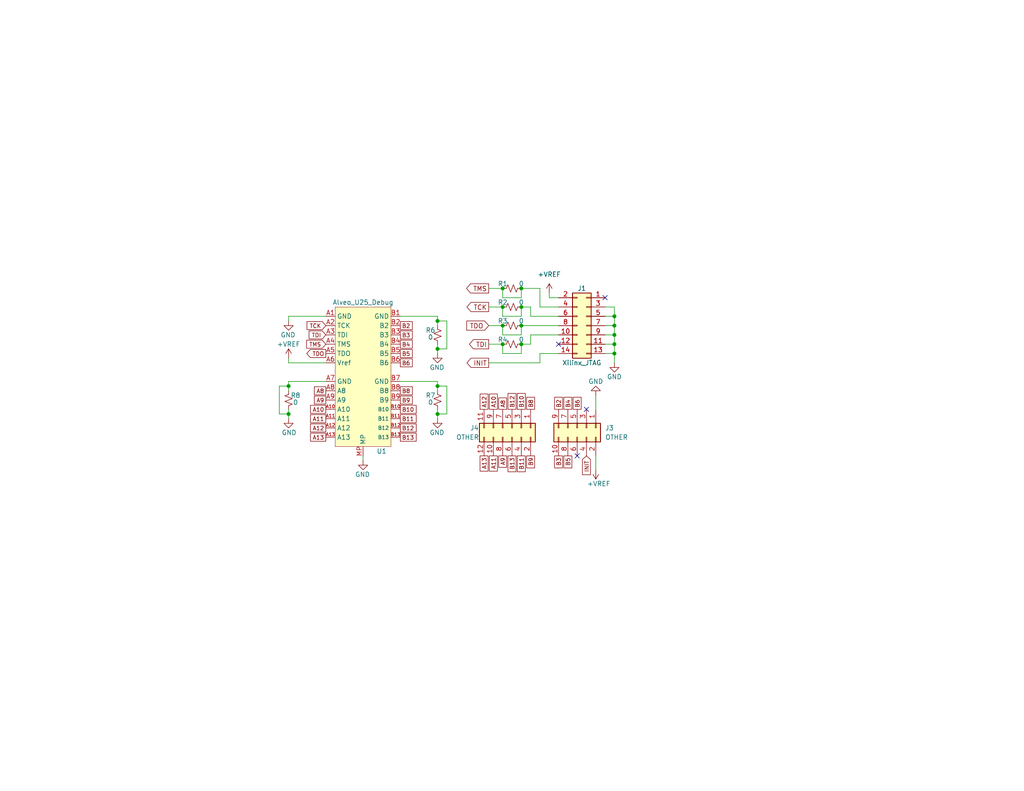
<source format=kicad_sch>
(kicad_sch (version 20211123) (generator eeschema)
  (paper "USLetter")
  (title_block (title "Alveo U25 JTAG Adapter") (rev "0.1") (company "github.com/mwrnd/AlveoU25_JTAG_Adapter"))
  (lib_symbols
    (symbol "Alveo_U25_Debug:Alveo_U25_Debug"
      (property "Reference" "U" (at 5.08 -21.59 0))
      (property "Value" "Alveo_U25_Debug" (at 0 19.05 0))
      (symbol "Alveo_U25_Debug_0_1"
        (rectangle (start -7.62 17.78) (end 7.62 -20.32) (stroke (width 0.1)) (fill (type background)))
      )
      (symbol "Alveo_U25_Debug_1_1"
        (pin power_in line (at -10.16 15.24 0) (length 2.54) (name "GND") (number "A1"))
        (pin passive line (at -10.16 -10.16 0) (length 2.54) (name "A10") (number "A10"))
        (pin passive line (at -10.16 -12.7 0) (length 2.54) (name "A11") (number "A11"))
        (pin passive line (at -10.16 -15.24 0) (length 2.54) (name "A12") (number "A12"))
        (pin passive line (at -10.16 -17.78 0) (length 2.54) (name "A13") (number "A13"))
        (pin passive line (at -10.16 12.7 0) (length 2.54) (name "TCK") (number "A2"))
        (pin passive line (at -10.16 10.16 0) (length 2.54) (name "TDI") (number "A3"))
        (pin passive line (at -10.16 7.62 0) (length 2.54) (name "TMS") (number "A4"))
        (pin passive line (at -10.16 5.08 0) (length 2.54) (name "TDO") (number "A5"))
        (pin power_out line (at -10.16 2.54 0) (length 2.54) (name "Vref") (number "A6"))
        (pin power_in line (at -10.16 -2.54 0) (length 2.54) (name "GND") (number "A7"))
        (pin passive line (at -10.16 -5.08 0) (length 2.54) (name "A8") (number "A8"))
        (pin passive line (at -10.16 -7.62 0) (length 2.54) (name "A9") (number "A9"))
        (pin power_in line (at 10.16 15.24 180) (length 2.54) (name "GND") (number "B1"))
        (pin passive line (at 10.16 -10.16 180) (length 2.54) (name "B10") (number "B10"))
        (pin passive line (at 10.16 -12.7 180) (length 2.54) (name "B11") (number "B11"))
        (pin passive line (at 10.16 -15.24 180) (length 2.54) (name "B12") (number "B12"))
        (pin passive line (at 10.16 -17.78 180) (length 2.54) (name "B13") (number "B13"))
        (pin passive line (at 10.16 12.7 180) (length 2.54) (name "B2") (number "B2"))
        (pin passive line (at 10.16 10.16 180) (length 2.54) (name "B3") (number "B3"))
        (pin passive line (at 10.16 7.62 180) (length 2.54) (name "B4") (number "B4"))
        (pin passive line (at 10.16 5.08 180) (length 2.54) (name "B5") (number "B5"))
        (pin passive line (at 10.16 2.54 180) (length 2.54) (name "B6") (number "B6"))
        (pin power_in line (at 10.16 -2.54 180) (length 2.54) (name "GND") (number "B7"))
        (pin passive line (at 10.16 -5.08 180) (length 2.54) (name "B8") (number "B8"))
        (pin passive line (at 10.16 -7.62 180) (length 2.54) (name "B9") (number "B9"))
        (pin passive line (at 0 -22.86 90) (length 2.54) (name "MP") (number "MP"))
      )
    )
    (symbol "Connector_Generic:Conn_02x05_Odd_Even" (pin_names (offset 1.016) hide)
      (property "Reference" "J" (at 1.27 7.62 0))
      (property "Value" "Conn_02x05_Odd_Even" (at 1.27 -7.62 0))
      (symbol "Conn_02x05_Odd_Even_1_1"
        (rectangle (start -1.27 -4.953) (end 0 -5.207) (stroke (width 0.1524)))
        (rectangle (start -1.27 -2.413) (end 0 -2.667) (stroke (width 0.1524)))
        (rectangle (start -1.27 0.127) (end 0 -0.127) (stroke (width 0.1524)))
        (rectangle (start -1.27 2.667) (end 0 2.413) (stroke (width 0.1524)))
        (rectangle (start -1.27 5.207) (end 0 4.953) (stroke (width 0.1524)))
        (rectangle (start -1.27 6.35) (end 3.81 -6.35) (stroke (width 0.254)) (fill (type background)))
        (rectangle (start 3.81 -4.953) (end 2.54 -5.207) (stroke (width 0.1524)))
        (rectangle (start 3.81 -2.413) (end 2.54 -2.667) (stroke (width 0.1524)))
        (rectangle (start 3.81 0.127) (end 2.54 -0.127) (stroke (width 0.1524)))
        (rectangle (start 3.81 2.667) (end 2.54 2.413) (stroke (width 0.1524)))
        (rectangle (start 3.81 5.207) (end 2.54 4.953) (stroke (width 0.1524)))
        (pin passive line (at -5.08 5.08 0) (length 3.81) (name "Pin_1") (number "1"))
        (pin passive line (at 7.62 -5.08 180) (length 3.81) (name "Pin_10") (number "10"))
        (pin passive line (at 7.62 5.08 180) (length 3.81) (name "Pin_2") (number "2"))
        (pin passive line (at -5.08 2.54 0) (length 3.81) (name "Pin_3") (number "3"))
        (pin passive line (at 7.62 2.54 180) (length 3.81) (name "Pin_4") (number "4"))
        (pin passive line (at -5.08 0 0) (length 3.81) (name "Pin_5") (number "5"))
        (pin passive line (at 7.62 0 180) (length 3.81) (name "Pin_6") (number "6"))
        (pin passive line (at -5.08 -2.54 0) (length 3.81) (name "Pin_7") (number "7"))
        (pin passive line (at 7.62 -2.54 180) (length 3.81) (name "Pin_8") (number "8"))
        (pin passive line (at -5.08 -5.08 0) (length 3.81) (name "Pin_9") (number "9"))
      )
    )
    (symbol "Connector_Generic:Conn_02x06_Odd_Even" (pin_names (offset 1.016) hide)
      (property "Reference" "J" (at 1.27 7.62 0))
      (property "Value" "Conn_02x06_Odd_Even" (at 1.27 -10.16 0))
      (symbol "Conn_02x06_Odd_Even_1_1"
        (rectangle (start -1.27 -7.493) (end 0 -7.747) (stroke (width 0.1524)))
        (rectangle (start -1.27 -4.953) (end 0 -5.207) (stroke (width 0.1524)))
        (rectangle (start -1.27 -2.413) (end 0 -2.667) (stroke (width 0.1524)))
        (rectangle (start -1.27 0.127) (end 0 -0.127) (stroke (width 0.1524)))
        (rectangle (start -1.27 2.667) (end 0 2.413) (stroke (width 0.1524)))
        (rectangle (start -1.27 5.207) (end 0 4.953) (stroke (width 0.1524)))
        (rectangle (start -1.27 6.35) (end 3.81 -8.89) (stroke (width 0.254)) (fill (type background)))
        (rectangle (start 3.81 -7.493) (end 2.54 -7.747) (stroke (width 0.1524)))
        (rectangle (start 3.81 -4.953) (end 2.54 -5.207) (stroke (width 0.1524)))
        (rectangle (start 3.81 -2.413) (end 2.54 -2.667) (stroke (width 0.1524)))
        (rectangle (start 3.81 0.127) (end 2.54 -0.127) (stroke (width 0.1524)))
        (rectangle (start 3.81 2.667) (end 2.54 2.413) (stroke (width 0.1524)))
        (rectangle (start 3.81 5.207) (end 2.54 4.953) (stroke (width 0.1524)))
        (pin passive line (at -5.08 5.08 0) (length 3.81) (name "Pin_1") (number "1"))
        (pin passive line (at 7.62 -5.08 180) (length 3.81) (name "Pin_10") (number "10"))
        (pin passive line (at -5.08 -7.62 0) (length 3.81) (name "Pin_11") (number "11"))
        (pin passive line (at 7.62 -7.62 180) (length 3.81) (name "Pin_12") (number "12"))
        (pin passive line (at 7.62 5.08 180) (length 3.81) (name "Pin_2") (number "2"))
        (pin passive line (at -5.08 2.54 0) (length 3.81) (name "Pin_3") (number "3"))
        (pin passive line (at 7.62 2.54 180) (length 3.81) (name "Pin_4") (number "4"))
        (pin passive line (at -5.08 0 0) (length 3.81) (name "Pin_5") (number "5"))
        (pin passive line (at 7.62 0 180) (length 3.81) (name "Pin_6") (number "6"))
        (pin passive line (at -5.08 -2.54 0) (length 3.81) (name "Pin_7") (number "7"))
        (pin passive line (at 7.62 -2.54 180) (length 3.81) (name "Pin_8") (number "8"))
        (pin passive line (at -5.08 -5.08 0) (length 3.81) (name "Pin_9") (number "9"))
      )
    )
    (symbol "Connector_Generic:Conn_02x07_Odd_Even" (pin_names (offset 1.016) hide)
      (property "Reference" "J" (at 1.27 10.16 0))
      (property "Value" "Conn_02x07_Odd_Even" (at 1.27 -10.16 0))
      (symbol "Conn_02x07_Odd_Even_1_1"
        (rectangle (start -1.27 -7.493) (end 0 -7.747) (stroke (width 0.1524)))
        (rectangle (start -1.27 -4.953) (end 0 -5.207) (stroke (width 0.1524)))
        (rectangle (start -1.27 -2.413) (end 0 -2.667) (stroke (width 0.1524)))
        (rectangle (start -1.27 0.127) (end 0 -0.127) (stroke (width 0.1524)))
        (rectangle (start -1.27 2.667) (end 0 2.413) (stroke (width 0.1524)))
        (rectangle (start -1.27 5.207) (end 0 4.953) (stroke (width 0.1524)))
        (rectangle (start -1.27 7.747) (end 0 7.493) (stroke (width 0.1524)))
        (rectangle (start -1.27 8.89) (end 3.81 -8.89) (stroke (width 0.254)) (fill (type background)))
        (rectangle (start 3.81 -7.493) (end 2.54 -7.747) (stroke (width 0.1524)))
        (rectangle (start 3.81 -4.953) (end 2.54 -5.207) (stroke (width 0.1524)))
        (rectangle (start 3.81 -2.413) (end 2.54 -2.667) (stroke (width 0.1524)))
        (rectangle (start 3.81 0.127) (end 2.54 -0.127) (stroke (width 0.1524)))
        (rectangle (start 3.81 2.667) (end 2.54 2.413) (stroke (width 0.1524)))
        (rectangle (start 3.81 5.207) (end 2.54 4.953) (stroke (width 0.1524)))
        (rectangle (start 3.81 7.747) (end 2.54 7.493) (stroke (width 0.1524)))
        (pin passive line (at -5.08 7.62 0) (length 3.81) (name "Pin_1") (number "1"))
        (pin passive line (at 7.62 -2.54 180) (length 3.81) (name "Pin_10") (number "10"))
        (pin passive line (at -5.08 -5.08 0) (length 3.81) (name "Pin_11") (number "11"))
        (pin passive line (at 7.62 -5.08 180) (length 3.81) (name "Pin_12") (number "12"))
        (pin passive line (at -5.08 -7.62 0) (length 3.81) (name "Pin_13") (number "13"))
        (pin passive line (at 7.62 -7.62 180) (length 3.81) (name "Pin_14") (number "14"))
        (pin passive line (at 7.62 7.62 180) (length 3.81) (name "Pin_2") (number "2"))
        (pin passive line (at -5.08 5.08 0) (length 3.81) (name "Pin_3") (number "3"))
        (pin passive line (at 7.62 5.08 180) (length 3.81) (name "Pin_4") (number "4"))
        (pin passive line (at -5.08 2.54 0) (length 3.81) (name "Pin_5") (number "5"))
        (pin passive line (at 7.62 2.54 180) (length 3.81) (name "Pin_6") (number "6"))
        (pin passive line (at -5.08 0 0) (length 3.81) (name "Pin_7") (number "7"))
        (pin passive line (at 7.62 0 180) (length 3.81) (name "Pin_8") (number "8"))
        (pin passive line (at -5.08 -2.54 0) (length 3.81) (name "Pin_9") (number "9"))
      )
    )
    (symbol "Device:R_Small_US" (pin_numbers hide) (pin_names (offset 0.254) hide)
      (property "Reference" "R" (at 0.762 0.508 0))
      (property "Value" "R_Small_US" (at 0.762 -1.016 0))
      (symbol "R_Small_US_1_1"
        (polyline (pts (xy 0 0) (xy 1.016 -0.381) (xy 0 -0.762) (xy -1.016 -1.143) (xy 0 -1.524)))
        (polyline (pts (xy 0 1.524) (xy 1.016 1.143) (xy 0 0.762) (xy -1.016 0.381) (xy 0 0)))
        (pin passive line (at 0 2.54 270) (length 1.016) (name "~") (number "1"))
        (pin passive line (at 0 -2.54 90) (length 1.016) (name "~") (number "2"))
      )
    )
    (symbol "power:GND" (power) (pin_names (offset 0))
      (property "Value" "GND" (at 0 -3.81 0))
      (symbol "GND_0_1"
        (polyline (pts (xy 0 0) (xy 0 -1.27) (xy 1.27 -1.27) (xy 0 -2.54) (xy -1.27 -1.27) (xy 0 -1.27)))
      )
      (symbol "GND_1_1"
        (pin power_in line (at 0 0 270) (length 0) hide (name "GND") (number "1"))
      )
    )
    (symbol "vref:VREF" (power) (pin_names (offset 0))
      (property "Value" "VREF" (at 0 3.556 0))
      (symbol "VREF_0_1"
        (polyline (pts (xy -0.762 1.27) (xy 0 2.54)))
        (polyline (pts (xy 0 0) (xy 0 2.54)))
        (polyline (pts (xy 0 2.54) (xy 0.762 1.27)))
      )
      (symbol "VREF_1_1"
        (pin power_in line (at 0 0 90) (length 0) hide (name "+VREF") (number "1"))
      )
    )
  )
  (junction (at 167.64 91.44))
  (junction (at 142.24 93.98))
  (junction (at 78.74 105.41))
  (junction (at 119.38 105.41))
  (junction (at 119.38 113.03))
  (junction (at 137.16 93.98))
  (junction (at 167.64 93.98))
  (junction (at 142.24 88.9))
  (junction (at 137.16 88.9))
  (junction (at 78.74 113.03))
  (junction (at 167.64 96.52))
  (junction (at 167.64 86.36))
  (junction (at 167.64 88.9))
  (junction (at 137.16 78.74))
  (junction (at 119.38 87.63))
  (junction (at 142.24 83.82))
  (junction (at 137.16 83.82))
  (junction (at 142.24 78.74))
  (junction (at 119.38 95.25))
  (no_connect (at 165.1 81.28))
  (no_connect (at 157.48 124.46))
  (no_connect (at 160.02 111.76))
  (no_connect (at 152.4 93.98))
  (wire (pts (xy 144.78 86.36) (xy 144.78 83.82)))
  (wire (pts (xy 165.1 93.98) (xy 167.64 93.98)))
  (wire (pts (xy 142.24 83.82) (xy 142.24 86.36)))
  (wire (pts (xy 133.35 78.74) (xy 137.16 78.74)))
  (wire (pts (xy 142.24 93.98) (xy 142.24 96.52)))
  (wire (pts (xy 165.1 83.82) (xy 167.64 83.82)))
  (wire (pts (xy 119.38 86.36) (xy 119.38 87.63)))
  (wire (pts (xy 119.38 104.14) (xy 119.38 105.41)))
  (wire (pts (xy 152.4 83.82) (xy 147.32 83.82)))
  (wire (pts (xy 167.64 96.52) (xy 167.64 99.06)))
  (wire (pts (xy 152.4 86.36) (xy 144.78 86.36)))
  (wire (pts (xy 147.32 78.74) (xy 142.24 78.74)))
  (wire (pts (xy 78.74 104.14) (xy 88.9 104.14)))
  (wire (pts (xy 119.38 87.63) (xy 119.38 88.9)))
  (wire (pts (xy 109.22 104.14) (xy 119.38 104.14)))
  (wire (pts (xy 78.74 105.41) (xy 78.74 106.68)))
  (wire (pts (xy 142.24 88.9) (xy 142.24 91.44)))
  (wire (pts (xy 76.2 113.03) (xy 78.74 113.03)))
  (wire (pts (xy 167.64 83.82) (xy 167.64 86.36)))
  (wire (pts (xy 99.06 124.46) (xy 99.06 125.73)))
  (wire (pts (xy 78.74 104.14) (xy 78.74 105.41)))
  (wire (pts (xy 165.1 88.9) (xy 167.64 88.9)))
  (wire (pts (xy 78.74 111.76) (xy 78.74 113.03)))
  (wire (pts (xy 133.35 99.06) (xy 147.32 99.06)))
  (wire (pts (xy 78.74 99.06) (xy 88.9 99.06)))
  (wire (pts (xy 167.64 91.44) (xy 167.64 93.98)))
  (wire (pts (xy 144.78 93.98) (xy 142.24 93.98)))
  (wire (pts (xy 162.56 124.46) (xy 162.56 128.27)))
  (wire (pts (xy 137.16 81.28) (xy 142.24 81.28)))
  (wire (pts (xy 121.92 95.25) (xy 119.38 95.25)))
  (wire (pts (xy 121.92 105.41) (xy 121.92 113.03)))
  (wire (pts (xy 165.1 91.44) (xy 167.64 91.44)))
  (wire (pts (xy 78.74 105.41) (xy 76.2 105.41)))
  (wire (pts (xy 152.4 91.44) (xy 144.78 91.44)))
  (wire (pts (xy 137.16 78.74) (xy 137.16 81.28)))
  (wire (pts (xy 152.4 96.52) (xy 147.32 96.52)))
  (wire (pts (xy 109.22 86.36) (xy 119.38 86.36)))
  (wire (pts (xy 119.38 93.98) (xy 119.38 95.25)))
  (wire (pts (xy 119.38 87.63) (xy 121.92 87.63)))
  (wire (pts (xy 133.35 83.82) (xy 137.16 83.82)))
  (wire (pts (xy 162.56 107.95) (xy 162.56 111.76)))
  (wire (pts (xy 137.16 86.36) (xy 142.24 86.36)))
  (wire (pts (xy 167.64 93.98) (xy 167.64 96.52)))
  (wire (pts (xy 147.32 83.82) (xy 147.32 78.74)))
  (wire (pts (xy 144.78 83.82) (xy 142.24 83.82)))
  (wire (pts (xy 88.9 86.36) (xy 78.74 86.36)))
  (wire (pts (xy 137.16 83.82) (xy 137.16 86.36)))
  (wire (pts (xy 144.78 91.44) (xy 144.78 93.98)))
  (wire (pts (xy 119.38 105.41) (xy 119.38 106.68)))
  (wire (pts (xy 119.38 95.25) (xy 119.38 96.52)))
  (wire (pts (xy 137.16 96.52) (xy 142.24 96.52)))
  (wire (pts (xy 121.92 113.03) (xy 119.38 113.03)))
  (wire (pts (xy 78.74 113.03) (xy 78.74 114.3)))
  (wire (pts (xy 119.38 113.03) (xy 119.38 114.3)))
  (wire (pts (xy 78.74 97.79) (xy 78.74 99.06)))
  (wire (pts (xy 165.1 96.52) (xy 167.64 96.52)))
  (wire (pts (xy 119.38 105.41) (xy 121.92 105.41)))
  (wire (pts (xy 167.64 86.36) (xy 167.64 88.9)))
  (wire (pts (xy 142.24 78.74) (xy 142.24 81.28)))
  (wire (pts (xy 137.16 91.44) (xy 142.24 91.44)))
  (wire (pts (xy 137.16 93.98) (xy 137.16 96.52)))
  (wire (pts (xy 165.1 86.36) (xy 167.64 86.36)))
  (wire (pts (xy 121.92 87.63) (xy 121.92 95.25)))
  (wire (pts (xy 119.38 111.76) (xy 119.38 113.03)))
  (wire (pts (xy 133.35 93.98) (xy 137.16 93.98)))
  (wire (pts (xy 147.32 96.52) (xy 147.32 99.06)))
  (wire (pts (xy 152.4 81.28) (xy 149.86 81.28)))
  (wire (pts (xy 167.64 88.9) (xy 167.64 91.44)))
  (wire (pts (xy 133.35 88.9) (xy 137.16 88.9)))
  (wire (pts (xy 76.2 105.41) (xy 76.2 113.03)))
  (wire (pts (xy 137.16 88.9) (xy 137.16 91.44)))
  (wire (pts (xy 78.74 86.36) (xy 78.74 87.63)))
  (wire (pts (xy 142.24 88.9) (xy 152.4 88.9)))
  (wire (pts (xy 149.86 80.01) (xy 149.86 81.28)))
  (global_label "A9" (shape passive) (at 88.9 109.22 180) (effects (font (size 1.1 1.1))) (property "Intersheet References" "${INTERSHEET_REFS}" (effects hide)))
  (global_label "B10" (shape passive) (at 142.24 111.76 90) (effects (font (size 1.1 1.1))) (property "Intersheet References" "${INTERSHEET_REFS}" (effects hide)))
  (global_label "B2" (shape passive) (at 109.22 88.9 0) (effects (font (size 1.1 1.1))) (property "Intersheet References" "${INTERSHEET_REFS}" (effects hide)))
  (global_label "INIT" (shape input) (at 160.02 124.46 270) (effects (font (size 1.1 1.1))) (property "Intersheet References" "${INTERSHEET_REFS}" (effects hide)))
  (global_label "B13" (shape passive) (at 109.22 119.38 0) (effects (font (size 1.1 1.1))) (property "Intersheet References" "${INTERSHEET_REFS}" (effects hide)))
  (global_label "A13" (shape passive) (at 88.9 119.38 180) (effects (font (size 1.1 1.1))) (property "Intersheet References" "${INTERSHEET_REFS}" (effects hide)))
  (global_label "B2" (shape passive) (at 152.4 111.76 90) (effects (font (size 1.1 1.1))) (property "Intersheet References" "${INTERSHEET_REFS}" (effects hide)))
  (global_label "B12" (shape passive) (at 139.7 111.76 90) (effects (font (size 1.1 1.1))) (property "Intersheet References" "${INTERSHEET_REFS}" (effects hide)))
  (global_label "A13" (shape passive) (at 132.08 124.46 270) (effects (font (size 1.1 1.1))) (property "Intersheet References" "${INTERSHEET_REFS}" (effects hide)))
  (global_label "B9" (shape passive) (at 109.22 109.22 0) (effects (font (size 1.1 1.1))) (property "Intersheet References" "${INTERSHEET_REFS}" (effects hide)))
  (global_label "B13" (shape passive) (at 139.7 124.46 270) (effects (font (size 1.1 1.1))) (property "Intersheet References" "${INTERSHEET_REFS}" (effects hide)))
  (global_label "TDI" (shape output) (at 133.35 93.98 180) (property "Intersheet References" "${INTERSHEET_REFS}" (effects hide)))
  (global_label "B11" (shape passive) (at 109.22 114.3 0) (effects (font (size 1.1 1.1))) (property "Intersheet References" "${INTERSHEET_REFS}" (effects hide)))
  (global_label "B10" (shape passive) (at 109.22 111.76 0) (effects (font (size 1.1 1.1))) (property "Intersheet References" "${INTERSHEET_REFS}" (effects hide)))
  (global_label "B5" (shape passive) (at 109.22 96.52 0) (effects (font (size 1.1 1.1))) (property "Intersheet References" "${INTERSHEET_REFS}" (effects hide)))
  (global_label "A12" (shape passive) (at 132.08 111.76 90) (effects (font (size 1.1 1.1))) (property "Intersheet References" "${INTERSHEET_REFS}" (effects hide)))
  (global_label "A11" (shape passive) (at 88.9 114.3 180) (effects (font (size 1.1 1.1))) (property "Intersheet References" "${INTERSHEET_REFS}" (effects hide)))
  (global_label "INIT" (shape output) (at 133.35 99.06 180) (property "Intersheet References" "${INTERSHEET_REFS}" (effects hide)))
  (global_label "B3" (shape passive) (at 152.4 124.46 270) (effects (font (size 1.1 1.1))) (property "Intersheet References" "${INTERSHEET_REFS}" (effects hide)))
  (global_label "B6" (shape passive) (at 157.48 111.76 90) (effects (font (size 1.1 1.1))) (property "Intersheet References" "${INTERSHEET_REFS}" (effects hide)))
  (global_label "TCK" (shape input) (at 88.9 88.9 180) (effects (font (size 1.1 1.1))) (property "Intersheet References" "${INTERSHEET_REFS}" (effects hide)))
  (global_label "A10" (shape passive) (at 134.62 111.76 90) (effects (font (size 1.1 1.1))) (property "Intersheet References" "${INTERSHEET_REFS}" (effects hide)))
  (global_label "A11" (shape passive) (at 134.62 124.46 270) (effects (font (size 1.1 1.1))) (property "Intersheet References" "${INTERSHEET_REFS}" (effects hide)))
  (global_label "B9" (shape passive) (at 144.78 124.46 270) (effects (font (size 1.1 1.1))) (property "Intersheet References" "${INTERSHEET_REFS}" (effects hide)))
  (global_label "B8" (shape passive) (at 109.22 106.68 0) (effects (font (size 1.1 1.1))) (property "Intersheet References" "${INTERSHEET_REFS}" (effects hide)))
  (global_label "B12" (shape passive) (at 109.22 116.84 0) (effects (font (size 1.1 1.1))) (property "Intersheet References" "${INTERSHEET_REFS}" (effects hide)))
  (global_label "A12" (shape passive) (at 88.9 116.84 180) (effects (font (size 1.1 1.1))) (property "Intersheet References" "${INTERSHEET_REFS}" (effects hide)))
  (global_label "B5" (shape passive) (at 154.94 124.46 270) (effects (font (size 1.1 1.1))) (property "Intersheet References" "${INTERSHEET_REFS}" (effects hide)))
  (global_label "TMS" (shape output) (at 133.35 78.74 180) (property "Intersheet References" "${INTERSHEET_REFS}" (effects hide)))
  (global_label "A8" (shape passive) (at 88.9 106.68 180) (effects (font (size 1.1 1.1))) (property "Intersheet References" "${INTERSHEET_REFS}" (effects hide)))
  (global_label "B3" (shape passive) (at 109.22 91.44 0) (effects (font (size 1.1 1.1))) (property "Intersheet References" "${INTERSHEET_REFS}" (effects hide)))
  (global_label "B4" (shape passive) (at 154.94 111.76 90) (effects (font (size 1.1 1.1))) (property "Intersheet References" "${INTERSHEET_REFS}" (effects hide)))
  (global_label "B11" (shape passive) (at 142.24 124.46 270) (effects (font (size 1.1 1.1))) (property "Intersheet References" "${INTERSHEET_REFS}" (effects hide)))
  (global_label "TMS" (shape input) (at 88.9 93.98 180) (effects (font (size 1.1 1.1))) (property "Intersheet References" "${INTERSHEET_REFS}" (effects hide)))
  (global_label "B4" (shape passive) (at 109.22 93.98 0) (effects (font (size 1.1 1.1))) (property "Intersheet References" "${INTERSHEET_REFS}" (effects hide)))
  (global_label "TCK" (shape output) (at 133.35 83.82 180) (property "Intersheet References" "${INTERSHEET_REFS}" (effects hide)))
  (global_label "TDO" (shape output) (at 88.9 96.52 180) (effects (font (size 1.1 1.1))) (property "Intersheet References" "${INTERSHEET_REFS}" (effects hide)))
  (global_label "A9" (shape passive) (at 137.16 124.46 270) (effects (font (size 1.1 1.1))) (property "Intersheet References" "${INTERSHEET_REFS}" (effects hide)))
  (global_label "TDO" (shape input) (at 133.35 88.9 180) (property "Intersheet References" "${INTERSHEET_REFS}" (effects hide)))
  (global_label "B8" (shape passive) (at 144.78 111.76 90) (effects (font (size 1.1 1.1))) (property "Intersheet References" "${INTERSHEET_REFS}" (effects hide)))
  (global_label "A8" (shape passive) (at 137.16 111.76 90) (effects (font (size 1.1 1.1))) (property "Intersheet References" "${INTERSHEET_REFS}" (effects hide)))
  (global_label "A10" (shape passive) (at 88.9 111.76 180) (effects (font (size 1.1 1.1))) (property "Intersheet References" "${INTERSHEET_REFS}" (effects hide)))
  (global_label "B6" (shape passive) (at 109.22 99.06 0) (effects (font (size 1.1 1.1))) (property "Intersheet References" "${INTERSHEET_REFS}" (effects hide)))
  (global_label "TDI" (shape input) (at 88.9 91.44 180) (effects (font (size 1.1 1.1))) (property "Intersheet References" "${INTERSHEET_REFS}" (effects hide)))
  (symbol (lib_id "Alveo_U25_Debug:Alveo_U25_Debug") (at 99.06 101.6 0) (unit 1)
    (property "Reference" "U1" (at 104.14 123.19 0))
    (property "Value" "Alveo_U25_Debug" (at 99.06 82.55 0))
    (property "Footprint" "MEC8-113-L-D-RA:MEC8-113-02-L-D-RA1" (effects hide))
  )
  (symbol (lib_id "vref:VREF") (at 162.56 128.27 180) (unit 1)
    (property "Reference" "#PWR0107" (effects hide))
    (property "Value" "VREF" (at 160.1724 132.08 0) (effects (justify right)))
  )
  (symbol (lib_id "Device:R_Small_US") (at 139.7 93.98 90) (unit 1)
    (property "Reference" "R4" (at 137.16 92.71 90))
    (property "Value" "0" (at 142.24 92.71 90))
    (property "Footprint" "Resistor_SMD:R_0603_1608Metric_Pad0.98x0.95mm_HandSolder" (effects hide))
  )
  (symbol (lib_id "vref:VREF") (at 78.74 97.79 0) (unit 1)
    (property "Reference" "#PWR0103" (effects hide))
    (property "Value" "VREF" (at 78.74 93.98 0))
  )
  (symbol (lib_id "Device:R_Small_US") (at 119.38 109.22 180) (unit 1)
    (property "Reference" "R7" (at 117.475 107.95 0))
    (property "Value" "0" (at 117.475 109.855 0))
    (property "Footprint" "Resistor_SMD:R_0603_1608Metric_Pad0.98x0.95mm_HandSolder" (effects hide))
  )
  (symbol (lib_id "Connector_Generic:Conn_02x05_Odd_Even") (at 157.48 116.84 270) (unit 1)
    (property "Reference" "J3" (at 165.1 116.84 90) (effects (justify left)))
    (property "Value" "OTHER" (at 165.1 119.3799 90) (effects (justify left)))
    (property "Footprint" "Connector_PinHeader_2.54mm:PinHeader_2x05_P2.54mm_Vertical" (effects hide))
  )
  (symbol (lib_id "Device:R_Small_US") (at 139.7 83.82 90) (unit 1)
    (property "Reference" "R2" (at 137.16 82.55 90))
    (property "Value" "0" (at 142.24 82.55 90))
    (property "Footprint" "Resistor_SMD:R_0603_1608Metric_Pad0.98x0.95mm_HandSolder" (effects hide))
  )
  (symbol (lib_id "vref:VREF") (at 149.86 80.01 0) (unit 1)
    (property "Reference" "#PWR0108" (effects hide))
    (property "Value" "VREF" (at 149.86 74.93 0))
  )
  (symbol (lib_id "Device:R_Small_US") (at 139.7 78.74 90) (unit 1)
    (property "Reference" "R1" (at 137.16 77.47 90))
    (property "Value" "0" (at 142.24 77.47 90))
    (property "Footprint" "Resistor_SMD:R_0603_1608Metric_Pad0.98x0.95mm_HandSolder" (effects hide))
  )
  (symbol (lib_id "power:GND") (at 99.06 125.73 0) (unit 1)
    (property "Reference" "#PWR0106" (effects hide))
    (property "Value" "GND" (at 100.965 129.54 0) (effects (justify right)))
  )
  (symbol (lib_id "Device:R_Small_US") (at 119.38 91.44 180) (unit 1)
    (property "Reference" "R6" (at 117.475 90.17 0))
    (property "Value" "0" (at 117.475 92.075 0))
    (property "Footprint" "Resistor_SMD:R_0603_1608Metric_Pad0.98x0.95mm_HandSolder" (effects hide))
  )
  (symbol (lib_id "power:GND") (at 119.38 114.3 0) (unit 1)
    (property "Reference" "#PWR0110" (effects hide))
    (property "Value" "GND" (at 121.285 118.11 0) (effects (justify right)))
  )
  (symbol (lib_id "power:GND") (at 162.56 107.95 180) (unit 1)
    (property "Reference" "#PWR0109" (effects hide))
    (property "Value" "GND" (at 162.56 104.14 0))
  )
  (symbol (lib_id "power:GND") (at 119.38 96.52 0) (unit 1)
    (property "Reference" "#PWR0102" (effects hide))
    (property "Value" "GND" (at 121.285 100.33 0) (effects (justify right)))
  )
  (symbol (lib_id "Device:R_Small_US") (at 78.74 109.22 0) (mirror x) (unit 1)
    (property "Reference" "R8" (at 80.645 107.95 0))
    (property "Value" "0" (at 80.645 109.855 0))
    (property "Footprint" "Resistor_SMD:R_0603_1608Metric_Pad0.98x0.95mm_HandSolder" (effects hide))
  )
  (symbol (lib_id "power:GND") (at 78.74 114.3 0) (mirror y) (unit 1)
    (property "Reference" "#PWR0104" (effects hide))
    (property "Value" "GND" (at 76.835 118.11 0) (effects (justify right)))
  )
  (symbol (lib_id "Connector_Generic:Conn_02x06_Odd_Even") (at 139.7 116.84 270) (unit 1)
    (property "Reference" "J4" (at 128.27 116.84 90) (effects (justify left)))
    (property "Value" "OTHER" (at 124.46 119.38 90) (effects (justify left)))
    (property "Footprint" "Connector_PinHeader_2.54mm:PinHeader_2x06_P2.54mm_Vertical" (effects hide))
  )
  (symbol (lib_id "power:GND") (at 78.74 87.63 0) (unit 1)
    (property "Reference" "#PWR0105" (effects hide))
    (property "Value" "GND" (at 80.645 91.44 0) (effects (justify right)))
  )
  (symbol (lib_id "power:GND") (at 167.64 99.06 0) (unit 1)
    (property "Reference" "#PWR0101" (effects hide))
    (property "Value" "GND" (at 167.64 102.87 0))
  )
  (symbol (lib_id "Device:R_Small_US") (at 139.7 88.9 90) (unit 1)
    (property "Reference" "R3" (at 137.16 87.63 90))
    (property "Value" "0" (at 142.24 87.63 90))
    (property "Footprint" "Resistor_SMD:R_0603_1608Metric_Pad0.98x0.95mm_HandSolder" (effects hide))
  )
  (symbol (lib_id "Connector_Generic:Conn_02x07_Odd_Even") (at 160.02 88.9 0) (mirror y) (unit 1)
    (property "Reference" "J1" (at 158.75 78.74 0))
    (property "Value" "Xilinx_JTAG" (at 158.75 99.06 0))
    (property "Footprint" "Xilinx_JTAG_Connector:SBH21-NBPN-D07-ST" (effects hide))
  )
)
</source>
